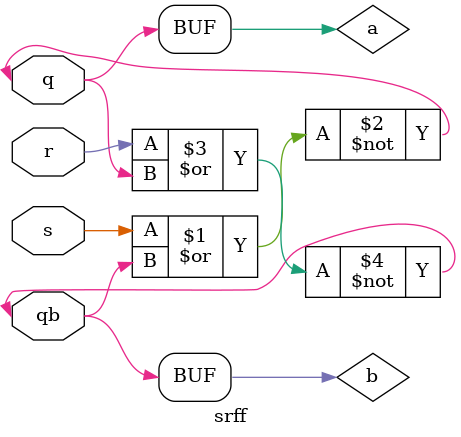
<source format=v>
module srff(s,r,q,qb );
input s,r;
inout q,qb;
wire a,b;

nor(a,s,b);
nor(b,r,a);
assign q=a;
assign qb=b;

endmodule

</source>
